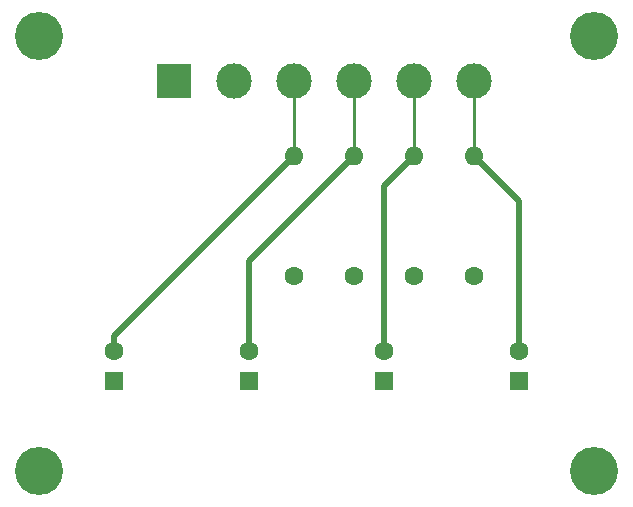
<source format=gbr>
G04 #@! TF.FileFunction,Copper,L2,Bot,Signal*
%FSLAX46Y46*%
G04 Gerber Fmt 4.6, Leading zero omitted, Abs format (unit mm)*
G04 Created by KiCad (PCBNEW 4.0.7) date Sunday, September 16, 2018 'AMt' 08:41:19 AM*
%MOMM*%
%LPD*%
G01*
G04 APERTURE LIST*
%ADD10C,0.100000*%
%ADD11R,1.600000X1.600000*%
%ADD12C,1.600000*%
%ADD13C,4.064000*%
%ADD14C,3.000000*%
%ADD15R,3.000000X3.000000*%
%ADD16O,1.600000X1.600000*%
%ADD17C,0.500000*%
%ADD18C,0.250000*%
G04 APERTURE END LIST*
D10*
D11*
X137160000Y-88900000D03*
D12*
X137160000Y-86400000D03*
D11*
X148590000Y-88900000D03*
D12*
X148590000Y-86400000D03*
D11*
X160020000Y-88900000D03*
D12*
X160020000Y-86400000D03*
D13*
X177800000Y-96520000D03*
X130810000Y-96520000D03*
X130810000Y-59690000D03*
D11*
X171450000Y-88900000D03*
D12*
X171450000Y-86400000D03*
D14*
X147320000Y-63500000D03*
X152400000Y-63500000D03*
D15*
X142240000Y-63500000D03*
D14*
X157480000Y-63500000D03*
X162560000Y-63500000D03*
X167640000Y-63500000D03*
D12*
X152400000Y-80010000D03*
D16*
X152400000Y-69850000D03*
D12*
X157480000Y-80010000D03*
D16*
X157480000Y-69850000D03*
D12*
X162560000Y-80010000D03*
D16*
X162560000Y-69850000D03*
D12*
X167640000Y-80010000D03*
D16*
X167640000Y-69850000D03*
D13*
X177800000Y-59690000D03*
D17*
X137160000Y-86400000D02*
X137160000Y-85090000D01*
X137160000Y-85090000D02*
X152400000Y-69850000D01*
D18*
X152400000Y-69850000D02*
X152400000Y-63500000D01*
D17*
X148590000Y-86400000D02*
X148590000Y-78740000D01*
X148590000Y-78740000D02*
X157480000Y-69850000D01*
D18*
X157480000Y-69850000D02*
X157480000Y-63500000D01*
D17*
X160020000Y-86400000D02*
X160020000Y-72390000D01*
X160020000Y-72390000D02*
X162560000Y-69850000D01*
D18*
X162560000Y-69850000D02*
X162560000Y-63500000D01*
D17*
X171450000Y-86400000D02*
X171450000Y-73660000D01*
X171450000Y-73660000D02*
X167640000Y-69850000D01*
D18*
X167640000Y-69850000D02*
X167640000Y-63500000D01*
M02*

</source>
